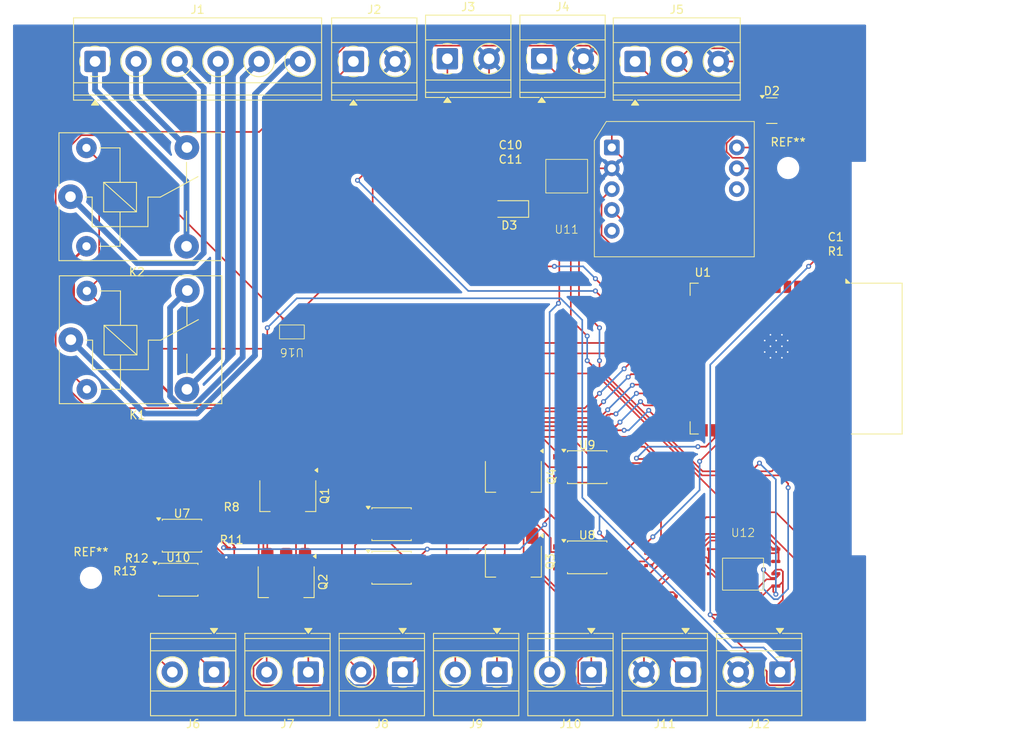
<source format=kicad_pcb>
(kicad_pcb (version 20241229) (generator "pcbnew") (generator_version "9.0")
  (layers (0 "F.Cu" signal) (2 "B.Cu" signal) (13 "F.Paste" user) (15 "B.Paste" user) (5 "F.SilkS" user "F.Silkscreen") (7 "B.SilkS" user "B.Silkscreen") (1 "F.Mask" user) (3 "B.Mask" user) (25 "Edge.Cuts" user))
  (net 0 "")
  (net 1 "GND")
  (net 2 "Net-(U1-EN)")
  (net 3 "/NIVARA/RS485_B")
  (net 4 "/NIVARA/RS485_A")
  (net 5 "/NIVARA/V_AN_OUT")
  (net 6 "/NIVARA/A_IN_10V")
  (net 7 "/NIVARA/A_IN_32V")
  (net 8 "/NIVARA/RLY2_NO")
  (net 9 "/NIVARA/RLY1_C")
  (net 10 "/NIVARA/RLY2_C")
  (net 11 "/NIVARA/RLY1_NO")
  (net 12 "/NIVARA/RLY2_NC")
  (net 13 "/NIVARA/A_IN_420mA")
  (net 14 "/NIVARA/NPN_IN_1")
  (net 15 "/NIVARA/NPN_IN_2")
  (net 16 "/NIVARA/NPN_OUT_2")
  (net 17 "/NIVARA/NPN_OUT_1")
  (net 18 "/NIVARA/PNP_IN_1")
  (net 19 "/NIVARA/PNP_IN_2")
  (net 20 "VCC")
  (net 21 "/NIVARA/PNP_OUT_2")
  (net 22 "/NIVARA/PNP_OUT_1")
  (net 23 "/NIVARA/A_AN_OUT")
  (net 24 "/NIVARA/A_OUT_420mA")
  (net 25 "Net-(U12-SET)")
  (net 26 "Net-(U16-1C)")
  (net 27 "Net-(Q3-G)")
  (net 28 "Net-(Q4-G)")
  (net 29 "+3.3V")
  (net 30 "Net-(R19-Pad2)")
  (net 31 "Net-(R15-Pad2)")
  (net 32 "Net-(R17-Pad2)")
  (net 33 "/NIVARA/NPN_OUT/NPN_OUT_IN_2")
  (net 34 "/NIVARA/RS485_drivers/RS485_OUT")
  (net 36 "/NIVARA/V_ANAG_OUT/SDA")
  (net 39 "/NIVARA/V_ANAG_OUT/SCLK")
  (net 43 "/NIVARA/RS485_drivers/RS485_IN")
  (net 44 "/NIVARA/NPN_OUT/NPN_OUT_IN_1")
  (net 45 "/NIVARA/PNP_OUT/PNP_OUT_IN_2")
  (net 50 "/NIVARA/PNP_OUT/PNP_OUT_IN_1")
  (net 51 "/NIVARA/PNP_IN/PNP_IN_IN_2")
  (net 52 "/NIVARA/PNP_IN/PNP_IN_IN_1")
  (net 56 "/NIVARA/A_IN_32V/32V_A_IN_OUT")
  (net 57 "/NIVARA/A_IN_10V/10V_A_IN_OUT")
  (net 58 "/NIVARA/NPN_IN/NPN_IN_IN_1")
  (net 59 "Net-(U16-2C)")
  (net 60 "Net-(R8-Pad2)")
  (net 61 "Net-(R12-Pad1)")
  (net 62 "Net-(U12-A1)")
  (net 63 "Net-(U12-V5V)")
  (net 64 "Net-(U12-A0)")
  (net 65 "Net-(U12-A2)")
  (net 66 "Net-(R31-Pad2)")
  (net 67 "Net-(U15-B)")
  (net 68 "Net-(U15-A)")
  (net 80 "/NIVARA/NPN_IN/NPN_IN_IN_2")
  (net 81 "/NIVARA/RELE_IN/RELAY1_IN")
  (net 82 "/NIVARA/RELE_IN/RELAY2_IN")
  (footprint "Resistor_SMD:R_0201_0603Metric" (layer "F.Cu") (at 101.68 107.5)
    (property "Reference" "R20" (hide yes))
    (property "Value" "412")
  )
  (footprint "Resistor_SMD:R_0201_0603Metric" (layer "F.Cu") (at 142.5 116.5)
    (property "Reference" "R27" (hide yes))
    (property "Value" "4.7K")
  )
  (footprint "TerminalBlock_Phoenix:TerminalBlock_Phoenix_MKDS-1,5-2-5.08_1x02_P5.08mm_Horizontal" (layer "F.Cu") (at 113.955 52.1725)
    (property "Reference" "J4")
    (property "Value" "Entrada An 5-20mA")
  )
  (footprint "Relay_THT:Relay_SPDT_SANYOU_SRD_Series_Form_C" (layer "F.Cu") (at 56.55 86.45)
    (property "Reference" "K1")
    (property "Value" "SANYOU_SRD_Form_C")
  )
  (footprint "Package_TO_SOT_SMD:SOT-223" (layer "F.Cu") (at 82.8 116 -90)
    (property "Reference" "Q2")
    (property "Value" "NCV8402xST")
  )
  (footprint "Resistor_SMD:R_0201_0603Metric" (layer "F.Cu") (at 102.82 115.5)
    (property "Reference" "R32" (hide yes))
    (property "Value" "412")
  )
  (footprint "Package_SO:SO-4_4.4x3.6mm_P2.54mm" (layer "F.Cu") (at 69.65 115.73)
    (property "Reference" "U10")
    (property "Value" "LTV-357T")
  )
  (footprint "Resistor_SMD:R_0201_0603Metric" (layer "F.Cu") (at 89 64.5 90)
    (property "Reference" "R23" (hide yes))
    (property "Value" "51K")
  )
  (footprint "Capacitor_SMD:C_0201_0603Metric" (layer "F.Cu") (at 142.5 112)
    (property "Reference" "C12" (hide yes))
    (property "Value" "220pF")
  )
  (footprint "Package_SO:SO-4_4.4x3.6mm_P2.54mm" (layer "F.Cu") (at 119.5 113)
    (property "Reference" "U8")
    (property "Value" "LTV-357T")
  )
  (footprint "Resistor_SMD:R_0201_0603Metric" (layer "F.Cu") (at 127 114)
    (property "Reference" "R16" (hide yes))
    (property "Value" "1k")
  )
  (footprint "Package_TO_SOT_SMD:SOT-23" (layer "F.Cu") (at 142 58.5)
    (property "Reference" "D2")
    (property "Value" "SM712_SOT23" (hide yes))
  )
  (footprint "TerminalBlock_Phoenix:TerminalBlock_Phoenix_MKDS-1,5-2-5.08_1x02_P5.08mm_Horizontal" (layer "F.Cu") (at 131.5 127 180)
    (property "Reference" "J11")
    (property "Value" "Salida An 4-20mA")
  )
  (footprint "Project Library:GP8201S" (layer "F.Cu") (at 117 66.5)
    (property "Reference" "U11")
    (property "Value" "~")
  )
  (footprint "Package_SO:SO-4_4.4x3.6mm_P2.54mm" (layer "F.Cu") (at 119.5 102)
    (property "Reference" "U9")
    (property "Value" "LTV-357T")
  )
  (footprint "MountingHole:MountingHole_2.2mm_M2" (layer "F.Cu") (at 59 115.5)
    (property "Reference" "REF**")
    (property "Value" "MountingHole_2.2mm_M2")
  )
  (footprint "Capacitor_SMD:C_0201_0603Metric" (layer "F.Cu") (at 98 67 90)
    (property "Reference" "C9" (hide yes))
    (property "Value" "100nF")
  )
  (footprint "Diode_SMD:D_SMF" (layer "F.Cu") (at 110 70.5 180)
    (property "Reference" "D3")
    (property "Value" "SMF24A")
  )
  (footprint "Capacitor_SMD:C_0201_0603Metric" (layer "F.Cu") (at 130 117.75)
    (property "Reference" "C14" (hide yes))
    (property "Value" "100nF")
  )
  (footprint "TerminalBlock_Phoenix:TerminalBlock_Phoenix_MKDS-1,5-2-5.08_1x02_P5.08mm_Horizontal" (layer "F.Cu") (at 143 127 180)
    (property "Reference" "J12")
    (property "Value" "Screw_Terminal_01x02" (hide yes))
  )
  (footprint "Package_TO_SOT_SMD:SOT-223" (layer "F.Cu") (at 110.5 103.15 -90)
    (property "Reference" "Q4")
    (property "Value" "NCV8402xST")
  )
  (footprint "Resistor_SMD:R_0201_0603Metric" (layer "F.Cu") (at 101.245 62.85 90)
    (property "Reference" "R22" (hide yes))
    (property "Value" "13K")
  )
  (footprint "Package_SO:SO-4_4.4x3.6mm_P2.54mm" (layer "F.Cu") (at 70.1 110.355)
    (property "Reference" "U7")
    (property "Value" "LTV-357T")
  )
  (footprint "TerminalBlock_Phoenix:TerminalBlock_Phoenix_MKDS-1,5-2-5.08_1x02_P5.08mm_Horizontal" (layer "F.Cu") (at 97 127 180)
    (property "Reference" "J8")
    (property "Value" "PNP INPUT")
  )
  (footprint "Package_SO:SO-4_4.4x3.6mm_P2.54mm" (layer "F.Cu") (at 95.65 114.27)
    (property "Reference" "U14" (hide yes))
    (property "Value" "LTV-357T" (hide yes))
  )
  (footprint "TerminalBlock_Phoenix:TerminalBlock_Phoenix_MKDS-1,5-2-5.08_1x02_P5.08mm_Horizontal" (layer "F.Cu") (at 102.455 52.1725)
    (property "Reference" "J3")
    (property "Value" "Entrada An 0-32V")
  )
  (footprint "TerminalBlock_Phoenix:TerminalBlock_Phoenix_MKDS-1,5-2-5.08_1x02_P5.08mm_Horizontal" (layer "F.Cu") (at 120 127 180)
    (property "Reference" "J10")
    (property "Value" "Salidas AN")
  )
  (footprint "Resistor_SMD:R_0201_0603Metric" (layer "F.Cu") (at 76.15 107.915)
    (property "Reference" "R8")
    (property "Value" "910")
  )
  (footprint "Relay_THT:Relay_SPDT_SANYOU_SRD_Series_Form_C" (layer "F.Cu") (at 56.5 69)
    (property "Reference" "K2")
    (property "Value" "SANYOU_SRD_Form_C")
  )
  (footprint "Capacitor_SMD:C_0201_0603Metric" (layer "F.Cu") (at 110.155 65.5)
    (property "Reference" "C11")
    (property "Value" "1uF")
  )
  (footprint "Capacitor_SMD:C_0201_0603Metric" (layer "F.Cu") (at 89 62 90)
    (property "Reference" "C15" (hide yes))
    (property "Value" "100nF")
  )
  (footprint "Project Library:RSM3485ECHT" (layer "F.Cu") (at 129.87 69.33)
    (property "Reference" "U15" (hide yes))
    (property "Value" "~" (hide yes))
  )
  (footprint "Resistor_SMD:R_0201_0603Metric" (layer "F.Cu") (at 98 62.5 90)
    (property "Reference" "R21" (hide yes))
    (property "Value" "160K")
  )
  (footprint "Resistor_SMD:R_0201_0603Metric" (layer "F.Cu") (at 148.82 57)
    (property "Reference" "R35" (hide yes))
    (property "Value" "120")
  )
  (footprint "Package_TO_SOT_SMD:SOT-223" (layer "F.Cu") (at 110.5 113.5 -90)
    (property "Reference" "Q3")
    (property "Value" "NCV8402xST")
  )
  (footprint "Resistor_SMD:R_0201_0603Metric" (layer "F.Cu") (at 102.18 110)
    (property "Reference" "R19" (hide yes))
    (property "Value" "910")
  )
  (footprint "TerminalBlock_Phoenix:TerminalBlock_Phoenix_MKDS-1,5-2-5.08_1x02_P5.08mm_Horizontal" (layer "F.Cu") (at 91 52.5)
    (property "Reference" "J2")
    (property "Value" "Entrada An 0-10V")
  )
  (footprint "Resistor_SMD:R_0201_0603Metric" (layer "F.Cu") (at 130 120)
    (property "Reference" "R36" (hide yes))
    (property "Value" "120")
  )
  (footprint "Resistor_SMD:R_0201_0603Metric" (layer "F.Cu") (at 142.5 113.5)
    (property "Reference" "R30" (hide yes))
    (property "Value" "2.5K")
  )
  (footprint "Resistor_SMD:R_0201_0603Metric" (layer "F.Cu") (at 63.15 115.73)
    (property "Reference" "R13")
    (property "Value" "412")
  )
  (footprint "Capacitor_SMD:C_0201_0603Metric" (layer "F.Cu") (at 110.155 63.75)
    (property "Reference" "C10")
    (property "Value" "100nF")
  )
  (footprint "Resistor_SMD:R_0201_0603Metric" (layer "F.Cu") (at 145.67 56.975)
    (property "Reference" "R34" (hide yes))
    (property "Value" "120")
  )
  (footprint "Resistor_SMD:R_0201_0603Metric" (layer "F.Cu") (at 92.845 64.5 90)
    (property "Reference" "R24" (hide yes))
    (property "Value" "16K")
  )
  (footprint "Package_SO:SO-4_4.4x3.6mm_P2.54mm" (layer "F.Cu") (at 95.65 108.955)
    (property "Reference" "U13" (hide yes))
    (property "Value" "LTV-357T" (hide yes))
  )
  (footprint "Capacitor_SMD:C_0201_0603Metric" (layer "F.Cu") (at 149.8 74.975)
    (property "Reference" "C1")
    (property "Value" "10uF")
  )
  (footprint "Resistor_SMD:R_0201_0603Metric" (layer "F.Cu") (at 149.8 76.725)
    (property "Reference" "R1")
    (property "Value" "R")
  )
  (footprint "TerminalBlock_Phoenix:TerminalBlock_Phoenix_MKDS-1,5-2-5.08_1x02_P5.08mm_Horizontal" (layer "F.Cu") (at 108.5 127 180)
    (property "Reference" "J9")
    (property "Value" "PNP OUTPUT")
  )
  (footprint "Resistor_SMD:R_0201_0603Metric" (layer "F.Cu") (at 126.845 101)
    (property "Reference" "R17" (hide yes))
    (property "Value" "100")
  )
  (footprint "Resistor_SMD:R_0201_0603Metric" (layer "F.Cu") (at 127 112.5)
    (property "Reference" "R15" (hide yes))
    (property "Value" "100")
  )
  (footprint "Resistor_SMD:R_0201_0603Metric" (layer "F.Cu") (at 64.576 112.064 180)
    (property "Reference" "R12")
    (property "Value" "910")
  )
  (footprint "Resistor_SMD:R_0201_0603Metric" (layer "F.Cu") (at 134 113.5 180)
    (property "Reference" "R26" (hide yes))
    (property "Value" "10K")
  )
  (footprint "MountingHole:MountingHole_2.2mm_M2" (layer "F.Cu") (at 144 65.5)
    (property "Reference" "REF**")
    (property "Value" "MountingHole_2.2mm_M2")
  )
  (footprint "Package_TO_SOT_SMD:SOT-223" (layer "F.Cu") (at 83 105.5 -90)
    (property "Reference" "Q1")
    (property "Value" "NCV8402xST")
  )
  (footprint "Resistor_SMD:R_0201_0603Metric" (layer "F.Cu") (at 76.15 111.915)
    (property "Reference" "R11")
    (property "Value" "412")
  )
  (footprint "Resistor_SMD:R_0201_0603Metric" (layer "F.Cu") (at 134 112)
    (property "Reference" "R29" (hide yes))
    (property "Value" "10K")
  )
  (footprint "Project Library:GP8303" (layer "F.Cu") (at 138.5 115)
    (property "Reference" "U12")
    (property "Value" "~" (hide yes))
  )
  (footprint "TerminalBlock_Phoenix:TerminalBlock_Phoenix_MKDS-1,5-2-5.08_1x02_P5.08mm_Horizontal" (layer "F.Cu") (at 74 127 180)
    (property "Reference" "J6")
    (property "Value" "NPN INPUT")
  )
  (footprint "Resistor_SMD:R_0201_0603Metric" (layer "F.Cu") (at 142.5 115)
    (property "Reference" "R25" (hide yes))
    (property "Value" "4.7K")
  )
  (footprint "TerminalBlock_Phoenix:TerminalBlock_Phoenix_MKDS-1,5-6_1x06_P5.00mm_Horizontal" (layer "F.Cu") (at 59.5 52.5)
    (property "Reference" "J1")
    (property "Value" "Relay")
  )
  (footprint "Resistor_SMD:R_0201_0603Metric" (layer "F.Cu") (at 126.845 102.5)
    (property "Reference" "R18" (hide yes))
    (property "Value" "1k")
  )
  (footprint "Project Library:LK1802" (layer "F.Cu") (at 83.5 85.5 180)
    (property "Reference" "U16")
    (property "Value" "~")
  )
  (footprint "TerminalBlock_Phoenix:TerminalBlock_Phoenix_MKDS-1,5-3-5.08_1x03_P5.08mm_Horizontal" (layer "F.Cu") (at 125.34 52.5)
    (property "Reference" "J5")
    (property "Value" "RS485")
  )
  (footprint "TerminalBlock_Phoenix:TerminalBlock_Phoenix_MKDS-1,5-2-5.08_1x02_P5.08mm_Horizontal" (layer "F.Cu") (at 85.5 127 180)
    (property "Reference" "J7")
    (property "Value" "NPN OUTPUT")
  )
  (footprint "Resistor_SMD:R_0201_0603Metric" (layer "F.Cu") (at 102.68 113)
    (property "Reference" "R31" (hide yes))
    (property "Value" "910")
  )
  (footprint "RF_Module:ESP32-S3-WROOM-1" (layer "F.Cu") (at 145 88.75 -90)
    (property "Reference" "U1")
    (property "Value" "ESP32-S3-WROOM-1")
  )
  (footprint "Resistor_SMD:R_0201_0603Metric" (layer "F.Cu") (at 134 115)
    (property "Reference" "R28" (hide yes))
    (property "Value" "10K")
  )
  (segment (start 103.14 115.300001) (end 103.14 115.5) (width 0.2) (layer "F.Cu") (net 1))
  (segment (start 149.18113 74.474) (end 149.5 74.474) (width 0.2) (layer "F.Cu") (net 1))
  (segment (start 73.25 111.625) (end 74.125 111.625) (width 0.2) (layer "F.Cu") (net 1))
  (segment (start 151 79.26) (end 150.26 80) (width 0.2) (layer "F.Cu") (net 1))
  (segment (start 129.97887 117.249) (end 129.38113 117.249) (width 0.2) (layer "F.Cu") (net 1))
  (segment (start 118.399 125.71484) (end 118.399 128.28516) (width 0.2) (layer "F.Cu") (net 1))
  (segment (start 66.95 111.625) (end 68.032 112.707) (width 0.2) (layer "F.Cu") (net 1))
  (segment (start 80.019 103.031) (end 80.019 125.136844) (width 0.2) (layer "F.Cu") (net 1))
  (segment (start 110.475 65.5) (end 110.475 64.54987) (width 0.2) (layer "F.Cu") (net 1))
  (segment (start 90.345 61.68) (end 89 61.68) (width 0.2) (layer "F.Cu") (net 1))
  (segment (start 142.82 112) (end 142.82 112.199999) (width 0.2) (layer "F.Cu") (net 1))
  (segment (start 109.902 98.298) (end 108.2 100) (width 0.2) (layer "F.Cu") (net 1))
  (segment (start 142.82 111.84013) (end 141.12687 110.147) (width 0.2) (layer "F.Cu") (net 1))
  (segment (start 89 61.68) (end 89 59.58) (width 0.2) (layer "F.Cu") (net 1))
  (segment (start 74.101 115.699) (end 72.8 117) (width 0.2) (layer "F.Cu") (net 1))
  (segment (start 92.583156 128.601) (end 93.521 127.663156) (width 0.2) (layer "F.Cu") (net 1))
  (segment (start 130.32 120) (end 130.32 117.59013) (width 0.2) (layer "F.Cu") (net 1))
  (segment (start 80.5 102.55) (end 80.7 102.35) (width 0.2) (layer "F.Cu") (net 1))
  (segment (start 103.221 66.68) (end 107.041 70.5) (width 0.2) (layer "F.Cu") (net 1))
  (segment (start 80.5 112.85) (end 80.5 102.55) (width 0.2) (layer "F.Cu") (net 1))
  (segment (start 74.101 112.986) (end 74.101 115.699) (width 0.2) (layer "F.Cu") (net 1))
  (segment (start 108.2 110.44) (end 103.14 115.5) (width 0.2) (layer "F.Cu") (net 1))
  (segment (start 117.5 98.298) (end 109.902 98.298) (width 0.2) (layer "F.Cu") (net 1))
  (segment (start 72.168 112.707) (end 73.25 111.625) (width 0.2) (layer "F.Cu") (net 1))
  (segment (start 79.756844 128.601) (end 92.583156 128.601) (width 0.2) (layer "F.Cu") (net 1))
  (segment (start 149.818999 74.474) (end 150.12 74.775001) (width 0.2) (layer "F.Cu") (net 1))
  (segment (start 93.121 114.919) (end 102.758999 114.919) (width 0.2) (layer "F.Cu") (net 1))
  (segment (start 118.5 52.7075) (end 119.035 52.1725) (width 0.2) (layer "F.Cu") (net 1))
  (segment (start 90 109.5) (end 90.725 110.225) (width 0.2) (layer "F.Cu") (net 1))
  (segment (start 110.475 68.575) (end 110.475 65.5) (width 0.2) (layer "F.Cu") (net 1))
  (segment (start 130.32 120) (end 130.32 117.75) (width 0.2) (layer "F.Cu") (net 1))
  (segment (start 149.5 74.474) (end 149.818999 74.474) (width 0.2) (layer "F.Cu") (net 1))
  (segment (start 90 107.5) (end 90 109.5) (width 0.2) (layer "F.Cu") (net 1))
  (segment (start 80.019 125.136844) (end 78.819 126.336844) (width 0.2) (layer "F.Cu") (net 1))
  (segment (start 93.346 74.154) (end 93.346 64.481001) (width 0.2) (layer "F.Cu") (net 1))
  (segment (start 101.746 62.831001) (end 101.444999 62.53) (width 0.2) (layer "F.Cu") (net 1))
  (segment (start 142.9375 58.5) (end 142.9375 58.045532) (width 0.2) (layer "F.Cu") (net 1))
  (segment (start 107.535 52.1725) (end 107.535 56.24) (width 0.2) (layer "F.Cu") (net 1))
  (segment (start 83.5 84) (end 93.346 74.154) (width 0.2) (layer "F.Cu") (net 1))
  (segment (start 124.819 128.601) (end 126.42 127) (width 0.2) (layer "F.Cu") (net 1))
  (segment (start 101.746 63.46887) (end 101.746 62.831001) (width 0.2) (layer "F.Cu") (net 1))
  (segment (start 92.845 64.18) (end 90.345 61.68) (width 0.2) (layer "F.Cu") (net 1))
  (segment (start 91 106.5) (end 90 107.5) (width 0.2) (layer "F.Cu") (net 1))
  (segment (start 142.519999 112.5) (end 140.95 112.5) (width 0.2) (layer "F.Cu") (net 1))
  (segment (start 92.5 115.54) (end 93.121 114.919) (width 0.2) (layer "F.Cu") (net 1))
  (segment (start 102 107.5) (end 102 107.300001) (width 0.2) (layer "F.Cu") (net 1))
  (segment (start 127.165 102.300001) (end 126.365999 101.501) (width 0.2) (layer "F.Cu") (net 1))
  (segment (start 122.5 65.54) (end 120.54 65.54) (width 0.2) (layer "F.Cu") (net 1))
  (segment (start 150.12 74.975) (end 151 75.855) (width 0.2) (layer "F.Cu") (net 1))
  (segment (start 142.9375 58.045532) (end 137.391968 52.5) (width 0.2) (layer "F.Cu") (net 1))
  (segment (start 68.032 112.707) (end 72.168 112.707) (width 0.2) (layer "F.Cu") (net 1))
  (segment (start 118.71484 128.601) (end 124.819 128.601) (width 0.2) (layer "F.Cu") (net 1))
  (segment (start 129.38113 117.249) (end 126.42 120.21013) (width 0.2) (layer "F.Cu") (net 1))
  (segment (start 120.703 101.501) (end 117.5 98.298) (width 0.2) (layer "F.Cu") (net 1))
  (segment (start 126.365999 101.501) (end 120.703 101.501) (width 0.2) (layer "F.Cu") (net 1))
  (segment (start 151 75.855) (end 151 79.26) (width 0.2) (layer "F.Cu") (net 1))
  (segment (start 118.5 63.5) (end 118.5 52.7075) (width 0.2) (layer "F.Cu") (net 1))
  (segment (start 108.55 70.5) (end 110.475 68.575) (width 0.2) (layer "F.Cu") (net 1))
  (segment (start 150.12 74.775001) (end 150.12 74.975) (width 0.2) (layer "F.Cu") (net 1))
  (segment (start 128.498 100.96603) (end 125.82997 98.298) (width 0.2) (layer "F.Cu") (net 1))
  (segment (start 93.044999 64.18) (end 92.845 64.18) (width 0.2) (layer "F.Cu") (net 1))
  (segment (start 142.82 113.5) (end 142.82 112) (width 0.2) (layer "F.Cu") (net 1))
  (segment (start 120.54 65.54) (end 118.5 63.5) (width 0.2) (layer "F.Cu") (net 1))
  (segment (start 92.5 110.225) (end 91.199 111.526) (width 0.2) (layer "F.Cu") (net 1))
  (segment (start 90.725 110.225) (end 92.5 110.225) (width 0.2) (layer "F.Cu") (net 1))
  (segment (start 128.498 112.822) (end 128.498 100.96603) (width 0.2) (layer "F.Cu") (net 1))
  (segment (start 91.199 114.239) (end 92.5 115.54) (width 0.2) (layer "F.Cu") (net 1))
  (segment (start 109.835 63.90987) (end 109.835 63.75) (width 0.2) (layer "F.Cu") (net 1))
  (segment (start 149.5 74.474) (end 131.434 74.474) (width 0.2) (layer "F.Cu") (net 1))
  (segment (start 93.346 64.481001) (end 93.044999 64.18) (width 0.2) (layer "F.Cu") (net 1))
  (segment (start 102 107.300001) (end 101.199999 106.5) (width 0.2) (layer "F.Cu") (net 1))
  (segment (start 102.758999 114.919) (end 103.14 115.300001) (width 0.2) (layer "F.Cu") (net 1))
  (segment (start 140.95 112.5) (end 140.5 112.05) (width 0.2) (layer "F.Cu") (net 1))
  (segment (start 98.53487 66.68) (end 101.746 63.46887) (width 0.2) (layer "F.Cu") (net 1))
  (segment (start 137.391968 52.5) (end 135.5 52.5) (width 0.2) (layer "F.Cu") (net 1))
  (segment (start 80.7 102.35) (end 80.019 103.031) (width 0.2) (layer "F.Cu") (net 1))
  (segment (start 110.475 64.54987) (end 109.835 63.90987) (width 0.2) (layer "F.Cu") (net 1))
  (segment (start 126.42 120.21013) (end 126.42 127) (width 0.2) (layer "F.Cu") (net 1))
  (segment (start 72.8 111.685) (end 74.101 112.986) (width 0.2) (layer "F.Cu") (net 1))
  (segment (start 98 66.68) (end 98.53487 66.68) (width 0.2) (layer "F.Cu") (net 1))
  (segment (start 150.26 97.5) (end 150.26 95.67) (width 0.2) (layer "F.Cu") (net 1))
  (segment (start 125.82997 98.298) (end 117.5 98.298) (width 0.2) (layer "F.Cu") (net 1))
  (segment (start 130.32 117.59013) (end 129.97887 117.249) (width 0.2) (layer "F.Cu") (net 1))
  (segment (start 78.819 126.336844) (end 78.819 127.663156) (width 0.2) (layer "F.Cu") (net 1))
  (segment (start 66.5 117) (end 72.8 117) (width 0.2) (layer "F.Cu") (net 1))
  (segment (start 133.96684 110.147) (end 118.399 125.71484) (width 0.2) (layer "F.Cu") (net 1))
  (segment (start 93.521 116.561) (end 92.5 115.54) (width 0.2) (layer "F.Cu") (net 1))
  (segment (start 150.26 95.67) (end 143.24 88.65) (width 0.2) (layer "F.Cu") (net 1))
  (segment (start 142.82 113.5) (end 142.82 111.84013) (width 0.2) (layer "F.Cu") (net 1))
  (segment (start 98 66.68) (end 103.221 66.68) (width 0.2) (layer "F.Cu") (net 1))
  (segment (start 74.125 111.625) (end 75.5 113) (width 0.2) (layer "F.Cu") (net 1))
  (segment (start 127.165 102.5) (end 127.165 102.300001) (width 0.2) (layer "F.Cu") (net 1))
  (segment (start 108.2 110.35) (end 108.2 110.44) (width 0.2) (layer "F.Cu") (net 1))
  (segment (start 141.12687 110.147) (end 133.96684 110.147) (width 0.2) (layer "F.Cu") (net 1))
  (segment (start 91.199 111.526) (end 91.199 114.239) (width 0.2) (layer "F.Cu") (net 1))
  (segment (start 142.82 112.199999) (end 142.519999 112.5) (width 0.2) (layer "F.Cu") (net 1))
  (segment (start 101.199999 106.5) (end 91 106.5) (width 0.2) (layer "F.Cu") (net 1))
  (segment (start 89 59.58) (end 96.08 52.5) (width 0.2) (layer "F.Cu") (net 1))
  (segment (start 93.521 127.663156) (end 93.521 116.561) (width 0.2) (layer "F.Cu") (net 1))
  (segment (start 127.32 114) (end 128.498 112.822) (width 0.2) (layer "F.Cu") (net 1))
  (segment (start 101.444999 62.53) (end 101.245 62.53) (width 0.2) (layer "F.Cu") (net 1))
  (segment (start 108.2 110.35) (end 108.2 100) (width 0.2) (layer "F.Cu") (net 1))
  (segment (start 78.819 127.663156) (end 79.756844 128.601) (width 0.2) (layer "F.Cu") (net 1))
  (segment (start 107.535 56.24) (end 101.245 62.53) (width 0.2) (layer "F.Cu") (net 1))
  (segment (start 131.434 74.474) (end 122.5 65.54) (width 0.2) (layer "F.Cu") (net 1))
  (segment (start 107.041 70.5) (end 108.55 70.5) (width 0.2) (layer "F.Cu") (net 1))
  (segment (start 118.399 128.28516) (end 118.71484 128.601) (width 0.2) (layer "F.Cu") (net 1))
  (via (at 75.5 113) (size 0.6) (drill 0.3) (layers "F.Cu" "B.Cu") (net 1))
  (segment (start 124.819 128.601) (end 126.42 127) (width 0.2) (layer "B.Cu") (net 1))
  (segment (start 91.101 128.601) (end 124.819 128.601) (width 0.2) (layer "B.Cu") (net 1))
  (segment (start 75.5 113) (end 91.101 128.601) (width 0.2) (layer "B.Cu") (net 1))
  (segment (start 147.72 79.468) (end 147.72 80) (width 0.2) (layer "F.Cu") (net 2))
  (segment (start 150.12 76.725) (end 150.12 77.068) (width 0.2) (layer "F.Cu") (net 2))
  (segment (start 150.12 76.56513) (end 150.12 76.725) (width 0.2) (layer "F.Cu") (net 2))
  (segment (start 150.12 77.068) (end 147.72 79.468) (width 0.2) (layer "F.Cu") (net 2))
  (segment (start 149.48 74.975) (end 149.48 75.92513) (width 0.2) (layer "F.Cu") (net 2))
  (segment (start 149.48 75.92513) (end 150.12 76.56513) (width 0.2) (layer "F.Cu") (net 2))
  (segment (start 141.0625 57.55) (end 135.47 57.55) (width 0.2) (layer "F.Cu") (net 3))
  (segment (start 149.14 57) (end 149.14 56.800001) (width 0.2) (layer "F.Cu") (net 3))
  (segment (start 143.238999 50.899) (end 132.021 50.899) (width 0.2) (layer "F.Cu") (net 3))
  (segment (start 135.47 57.55) (end 130.42 52.5) (width 0.2) (layer "F.Cu") (net 3))
  (segment (start 132.021 50.899) (end 130.42 52.5) (width 0.2) (layer "F.Cu") (net 3))
  (segment (start 149.14 56.800001) (end 143.238999 50.899) (width 0.2) (layer "F.Cu") (net 3))
  (segment (start 132.29 59.45) (end 125.34 52.5) (width 0.2) (layer "F.Cu") (net 4))
  (segment (start 136.4865 62.480783) (end 139.517283 59.45) (width 0.2) (layer "F.Cu") (net 4))
  (segment (start 145.99 57.394068) (end 139.130568 64.2535) (width 0.2) (layer "F.Cu") (net 4))
  (segment (start 136.4865 63.519217) (end 136.4865 62.480783) (width 0.2) (layer "F.Cu") (net 4))
  (segment (start 141.0625 59.45) (end 132.29 59.45) (width 0.2) (layer "F.Cu") (net 4))
  (segment (start 139.517283 59.45) (end 141.0625 59.45) (width 0.2) (layer "F.Cu") (net 4))
  (segment (start 139.130568 64.2535) (end 137.220783 64.2535) (width 0.2) (layer "F.Cu") (net 4))
  (segment (start 145.99 56.975) (end 145.99 57.394068) (width 0.2) (layer "F.Cu") (net 4))
  (segment (start 137.220783 64.2535) (end 136.4865 63.519217) (width 0.2) (layer "F.Cu") (net 4))
  (segment (start 117.5 64.099999) (end 117.5 63.5) (width 0.2) (layer "F.Cu") (net 5))
  (segment (start 116.101 75.151) (end 111.45 70.5) (width 0.2) (layer "F.Cu") (net 5))
  (segment (start 116.101 81.899) (end 116.101 75.151) (width 0.2) (layer "F.Cu") (net 5))
  (segment (start 116 82) (end 116.101 81.899) (width 0.2) (layer "F.Cu") (net 5))
  (segment (start 110.475 63.75) (end 111.126 64.401) (width 0.2) (layer "F.Cu") (net 5))
  (segment (start 111.126 64.401) (end 117.198999 64.401) (width 0.2) (layer "F.Cu") (net 5))
  (segment (start 117.198999 64.401) (end 117.5 64.099999) (width 0.2) (layer "F.Cu") (net 5))
  (segment (start 111.45 70.5) (end 111.45 64.725) (width 0.2) (layer "F.Cu") (net 5))
  (segment (start 111.45 64.725) (end 110.475 63.75) (width 0.2) (layer "F.Cu") (net 5))
  (via (at 116 82) (size 0.6) (drill 0.3) (layers "F.Cu" "B.Cu") (net 5))
  (segment (start 114.92 83.08) (end 116 82) (width 0.2) (layer "B.Cu") (net 5))
  (segment (start 114.92 127) (end 114.92 83.08) (width 0.2) (layer "B.Cu") (net 5))
  (segment (start 88.499 64.518999) (end 88.499 55.001) (width 0.2) (layer "F.Cu") (net 6))
  (segment (start 88.800001 64.82) (end 88.499 64.518999) (width 0.2) (layer "F.Cu") (net 6))
  (segment (start 89 64.82) (end 88.800001 64.82) (width 0.2) (layer "F.Cu") (net 6))
  (segment (start 88.499 55.001) (end 91 52.5) (width 0.2) (layer "F.Cu") (net 6))
  (segment (start 98 62.82) (end 98.199999 62.82) (width 0.2) (layer "F.Cu") (net 7))
  (segment (start 102.455 58.564999) (end 102.455 52.1725) (width 0.2) (layer "F.Cu") (net 7))
  (segment (start 98.199999 62.82) (end 102.455 58.564999) (width 0.2) (layer "F.Cu") (net 7))
  (segment (start 59.5 56) (end 59.5 52.5) (width 0.7) (layer "B.Cu") (net 8))
  (segment (start 70.65 75.05) (end 70.65 67.15) (width 0.7) (layer "B.Cu") (net 8))
  (segment (start 70.65 67.15) (end 59.5 56) (width 0.7) (layer "B.Cu") (net 8))
  (segment (start 69.850447 94.551) (end 71.549553 94.551) (width 0.7) (layer "B.Cu") (net 9))
  (segment (start 71.549553 94.551) (end 77.5 88.600553) (width 0.7) (layer "B.Cu") (net 9))
  (segment (start 56.55 86.45) (end 65.551999 95.451999) (width 0.7) (layer "B.Cu") (net 9))
  (segment (start 83 52.5) (end 84.5 52.5) (width 0.7) (layer "B.Cu") (net 9))
  (segment (start 77.5 54.5) (end 79.5 52.5) (width 0.7) (layer "B.Cu") (net 9))
  (segment (start 68.649 93.349553) (end 69.850447 94.551) (width 0.7) (layer "B.Cu") (net 9))
  (segment (start 79 56.5) (end 83 52.5) (width 0.7) (layer "B.Cu") (net 9))
  (segment (start 68.649 82.551) (end 68.649 93.349553) (width 0.7) (layer "B.Cu") (net 9))
  (segment (start 77.5 88.600553) (end 77.5 54.5) (width 0.7) (layer "B.Cu") (net 9))
  (segment (start 65.551999 95.451999) (end 71.92276 95.451999) (width 0.7) (layer "B.Cu") (net 9))
  (segment (start 79 88.374759) (end 79 56.5) (width 0.7) (layer "B.Cu") (net 9))
  (segment (start 71.92276 95.451999) (end 79 88.374759) (width 0.7) (layer "B.Cu") (net 9))
  (segment (start 70.75 80.45) (end 68.649 82.551) (width 0.7) (layer "B.Cu") (net 9))
  (segment (start 71.499553 77.101) (end 72.751 75.849553) (width 0.7) (layer "B.Cu") (net 10))
  (segment (start 72.751 55.751) (end 69.5 52.5) (width 0.7) (layer "B.Cu") (net 10))
  (segment (start 56.5 69) (end 64.601 77.101) (width 0.7) (layer "B.Cu") (net 10))
  (segment (start 72.751 75.849553) (end 72.751 55.751) (width 0.7) (layer "B.Cu") (net 10))
  (segment (start 64.601 77.101) (end 71.499553 77.101) (width 0.7) (layer "B.Cu") (net 10))
  (segment (start 70.7 92.5) (end 74.5 88.7) (width 0.7) (layer "B.Cu") (net 11))
  (segment (start 74.5 88.7) (end 74.5 52.5) (width 0.7) (layer "B.Cu") (net 11))
  (segment (start 70.7 63) (end 64.5 56.8) (width 0.7) (layer "B.Cu") (net 12))
  (segment (start 64.5 56.8) (end 64.5 52.5) (width 0.7) (layer "B.Cu") (net 12))
  (segment (start 116.5 63.5) (end 115.5 63.5) (width 0.2) (layer "F.Cu") (net 13))
  (segment (start 109.304 63.48113) (end 109.58513 63.2) (width 0.2) (layer "F.Cu") (net 13))
  (segment (start 109.835 65.5) (end 109.304 64.969) (width 0.2) (layer "F.Cu") (net 13))
  (segment (start 109.58513 63.2) (end 115.2 63.2) (width 0.2) (layer "F.Cu") (net 13))
  (segment (start 115.5 53.7175) (end 113.955 52.1725) (width 0.2) (layer "F.Cu") (net 13))
  (segment (start 115.2 63.2) (end 115.5 63.5) (width 0.2) (layer "F.Cu") (net 13))
  (segment (start 115.5 63.5) (end 115.5 53.7175) (width 0.2) (layer "F.Cu") (net 13))
  (segment (start 109.304 64.969) (end 109.304 63.48113) (width 0.2) (layer "F.Cu") (net 13))
  (segment (start 74 127) (end 68 121) (width 0.2) (layer "F.Cu") (net 14))
  (segment (start 76.47 115.252) (end 76.47 111.915) (width 0.2) (layer "F.Cu") (net 14))
  (segment (start 76.47 111.615) (end 76.47 111.915) (width 0.2) (layer "F.Cu") (net 14))
  (segment (start 74 109.145) (end 76.47 111.615) (width 0.2) (layer "F.Cu") (net 14))
  (segment (start 76.361 112.024) (end 76.47 111.915) (width 0.2) (layer "F.Cu") (net 14))
  (segment (start 70.722 121) (end 76.47 115.252) (width 0.2) (layer "F.Cu") (net 14))
  (segment (start 68 121) (end 70.722 121) (width 0.2) (layer "F.Cu") (net 14))
  (segment (start 72.8 109.145) (end 74 109.145) (width 0.2) (layer "F.Cu") (net 14))
  (segment (start 63 117) (end 63.47 116.53) (width 0.2) (layer "F.Cu") (net 15))
  (segment (start 68.92 127) (end 63 121.08) (width 0.2) (layer "F.Cu") (net 15))
  (segment (start 71.15 115.73) (end 71.53 115.73) (width 0.2) (layer "F.Cu") (net 15))
  (segment (start 63.47 116.53) (end 63.47 115.73) (width 0.2) (layer "F.Cu") (net 15))
  (segment (start 71.53 115.73) (end 72.8 114.46) (width 0.2) (layer "F.Cu") (net 15))
  (segment (start 63.47 115.73) (end 71.15 115.73) (width 0.2) (layer "F.Cu") (net 15))
  (segment (start 63 121.08) (end 63 117) (width 0.2) (layer "F.Cu") (net 15))
  (segment (start 85.5 121.85) (end 85.5 127) (width 0.2) (layer "F.Cu") (net 16))
  (segment (start 82.8 119.15) (end 85.5 121.85) (width 0.2) (layer "F.Cu") (net 16))
  (segment (start 83 108.65) (end 84 109.65) (width 0.2) (layer "F.Cu") (net 17))
  (segment (start 84 109.65) (end 84 114.909942) (width 0.2) (layer "F.Cu") (net 17))
  (segment (start 84 114.909942) (end 80.42 118.489942) (width 0.2) (layer "F.Cu") (net 17))
  (segment (start 80.42 118.489942) (end 80.42 127) (width 0.2) (layer "F.Cu") (net 17))
  (segment (start 101.36 107.665) (end 98.8 110.225) (width 0.2) (layer "F.Cu") (net 18))
  (segment (start 102.531 107.23113) (end 101.39887 106.099) (width 0.2) (layer "F.Cu") (net 18))
  (segment (start 98.8 110.225) (end 100.07487 110.225) (width 0.2) (layer "F.Cu") (net 18))
  (segment (start 100.07487 110.225) (end 102.531 107.76887) (width 0.2) (layer "F.Cu") (net 18))
  (segment (start 101.36 107.5) (end 101.36 107.665) (width 0.2) (layer "F.Cu") (net 18))
  (segment (start 89.599 124.679) (end 91.92 127) (width 0.2) (layer "F.Cu") (net 18))
  (segment (start 90.8339 106.099) (end 89.599 107.3339) (width 0.2) (layer "F.Cu") (net 18))
  (segment (start 101.39887 106.099) (end 90.8339 106.099) (width 0.2) (layer "F.Cu") (net 18))
  (segment (start 102.531 107.76887) (end 102.531 107.23113) (width 0.2) (layer "F.Cu") (net 18))
  (segment (start 89.599 107.3339) (end 89.599 124.679) (width 0.2) (layer "F.Cu") (net 18))
  (segment (start 102 115.5) (end 101.96 115.54) (width 0.2) (layer "F.Cu") (net 19))
  (segment (start 98.8 115.54) (end 98.8 125.2) (width 0.2) (layer "F.Cu") (net 19))
  (segment (start 102.5 115.5) (end 102 115.5) (width 0.2) (layer "F.Cu") (net 19))
  (segment (start 101.96 115.54) (end 98.8 115.54) (width 0.2) (layer "F.Cu") (net 19))
  (segment (start 98.8 125.2) (end 97 127) (width 0.2) (layer "F.Cu") (net 19))
  (segment (start 80.5 85.883824) (end 80.5 85) (width 0.2) (layer "F.Cu") (net 20))
  (segment (start 82.167176 87.551) (end 80.5 85.883824) (width 0.2) (layer "F.Cu") (net 20))
  (segment (start 60.001 78.999) (end 60.001 64.601) (width 0.2) (layer "F.Cu") (net 20))
  (segment (start 121 110.08) (end 122.65 111.73) (width 0.2) (layer "F.Cu") (net 20))
  (segment (start 146.5 123.5) (end 146.5 114.88013) (width 0.2) (layer "F.Cu") (net 20))
  (segment (start 113.455008 109.049) (end 115.049 110.642992) (width 0.2) (layer "F.Cu") (net 20))
  (segment (start 139.71687 108.097) (end 134.02287 108.097) (width 0.2) (layer "F.Cu") (net 20))
  (segment (start 112.144992 109.049) (end 113.455008 109.049) (width 0.2) (layer "F.Cu") (net 20))
  (segment (start 58.5 80.5) (end 60.001 78.999) (width 0.2) (layer "F.Cu") (net 20))
  (segment (start 60.001 64.601) (end 58.45 63.05) (width 0.2) (layer "F.Cu") (net 20))
  (segment (start 82.949 87.551) (end 82.167176 87.551) (width 0.2) (layer "F.Cu") (net 20))
  (segment (start 82.949 87.551) (end 65.551 87.551) (width 0.2) (layer "F.Cu") (net 20))
  (segment (start 126.46487 99.5) (end 128.097 101.13213) (width 0.2) (layer "F.Cu") (net 20))
  (segment (start 128.097 101.13213) (end 128.097 108.283) (width 0.2) (layer "F.Cu") (net 20))
  (segment (start 111.749 109.444992) (end 112.144992 109.049) (width 0.2) (layer "F.Cu") (net 20))
  (segment (start 124.15 112.23) (end 123.15 112.23) (width 0.2) (layer "F.Cu") (net 20))
  (segment (start 122.65 100.73) (end 123.88 99.5) (width 0.2) (layer "F.Cu") (net 20))
  (segment (start 143 127) (end 146.5 123.5) (width 0.2) (layer "F.Cu") (net 20))
  (segment (start 115.8339 117.401) (end 111.749 113.3161) (width 0.2) (layer "F.Cu") (net 20))
  (segment (start 123.15 112.23) (end 122.65 111.73) (width 0.2) (layer "F.Cu") (net 20))
  (segment (start 115.049 112.351) (end 122.029 112.351) (width 0.2) (layer "F.Cu") (net 20))
  (segment (start 111.749 113.3161) (end 111.749 109.444992) (width 0.2) (layer "F.Cu") (net 20))
  (segment (start 83.5 87) (end 82.949 87.551) (width 0.2) (layer "F.Cu") (net 20))
  (segment (start 122.029 112.351) (end 122.65 111.73) (width 0.2) (layer "F.Cu") (net 20))
  (segment (start 128.097 108.283) (end 124.15 112.23) (width 0.2) (layer "F.Cu") (net 20))
  (segment (start 123.88 99.5) (end 126.46487 99.5) (width 0.2) (layer "F.Cu") (net 20))
  (segment (start 115.049 110.642992) (end 115.049 112.351) (width 0.2) (layer "F.Cu") (net 20))
  (segment (start 146.5 114.88013) (end 139.71687 108.097) (width 0.2) (layer "F.Cu") (net 20))
  (segment (start 121 110) (end 121 110.08) (width 0.2) (layer "F.Cu") (net 20))
  (segment (start 134.02287 108.097) (end 124.71887 117.401) (width 0.2) (layer "F.Cu") (net 20))
  (segment (start 65.551 87.551) (end 58.5 80.5) (width 0.2) (layer "F.Cu") (net 20))
  (segment (start 124.71887 117.401) (end 115.8339 117.401) (width 0.2) (layer "F.Cu") (net 20))
  (via (at 121 110) (size 0.6) (drill 0.3) (layers "F.Cu" "B.Cu") (net 20))
  (via (at 80.5 85) (size 0.6) (drill 0.3) (layers "F.Cu" "B.Cu") (net 20))
  (segment (start 137.184156 124) (end 141 124) (width 0.2) (layer "B.Cu") (net 20))
  (segment (start 116.248943 81.399) (end 118.899 84.049057) (width 0.2) (layer "B.Cu") (net 20))
  (segment (start 141 124) (end 143 126) (width 0.2) (layer "B.Cu") (net 20))
  (segment (start 118.899 105.714844) (end 120.592078 107.407922) (width 0.2) (layer "B.Cu") (net 20))
  (segment (start 80.5 85) (end 84.101 81.399) (width 0.2) (layer "B.Cu") (net 20))
  (segment (start 118.899 84.049057) (end 118.899 105.714844) (width 0.2) (layer "B.Cu") (net 20))
  (segment (start 143 126) (end 143 127) (width 0.2) (layer "B.Cu") (net 20))
  (segment (start 84.101 81.399) (end 116.248943 81.399) (width 0.2) (layer "B.Cu") (net 20))
  (segment (start 120.592078 107.407922) (end 137.184156 124) (width 0.2) (layer "B.Cu") (net 20))
  (segment (start 120.592078 107.407922) (end 121 107.815844) (width 0.2) (layer "B.Cu") (net 20))
  (segment (start 121 107.815844) (end 121 110) (width 0.2) (layer "B.Cu") (net 20))
  (segment (start 109.449 107.351) (end 109.449 112.558942) (width 0.2) (layer "F.Cu") (net 21))
  (segment (start 103.42 118.587942) (end 103.42 127) (width 0.2) (layer "F.Cu") (net 21))
  (segment (start 109.449 112.558942) (end 103.42 118.587942) (width 0.2) (layer "F.Cu") (net 21))
  (segment (start 110.5 106.3) (end 109.449 107.351) (width 0.2) (layer "F.Cu") (net 21))
  (segment (start 110.5 116.65) (end 108.5 118.65) (width 0.2) (layer "F.Cu") (net 22))
  (segment (start 108.5 118.65) (end 108.5 127) (width 0.2) (layer "F.Cu") (net 22))
  (segment (start 134.33213 110.548) (end 137.51508 110.548) (width 0.2) (layer "F.Cu") (net 23))
  (segment (start 137.51508 110.548) (end 138.5 111.53292) (width 0.2) (layer "F.Cu") (net 23))
  (segment (start 120 124.88013) (end 134.33213 110.548) (width 0.2) (layer "F.Cu") (net 23))
  (segment (start 138.5 111.53292) (end 138.5 112.05) (width 0.2) (layer "F.Cu") (net 23))
  (segment (start 120 127) (end 120 124.88013) (width 0.2) (layer "F.Cu") (net 23))
  (segment (start 129.68 120) (end 129.68 125.18) (width 0.2) (layer "F.Cu") (net 24))
  (segment (start 129.68 125.18) (end 131.5 127) (width 0.2) (layer "F.Cu") (net 24))
  (segment (start 129.68 117.75) (end 129.68 120) (width 0.2) (layer "F.Cu") (net 24))
  (segment (start 140.051 110.949) (end 139.5 111.5) (width 0.2) (layer "F.Cu") (net 25))
  (segment (start 141.129 110.949) (end 140.051 110.949) (width 0.2) (layer "F.Cu") (net 25))
  (segment (start 142.18 113.5) (end 140.15 113.5) (width 0.2) (layer "F.Cu") (net 25))
  (segment (start 139.5 112.85) (end 139.5 112.05) (width 0.2) (layer "F.Cu") (net 25))
  (segment (start 140.15 113.5) (end 139.5 112.85) (width 0.2) (layer "F.Cu") (net 25))
  (segment (start 142.18 112) (end 141.129 110.949) (width 0.2) (layer "F.Cu") (net 25))
  (segment (start 139.5 111.5) (end 139.5 112.05) (width 0.2) (layer "F.Cu") (net 25))
  (segment (start 60.05 61.5) (end 57.806554 61.5) (width 0.2) (layer "F.Cu") (net 26))
  (segment (start 82.55 84) (end 60.05 61.5) (width 0.2) (layer "F.Cu") (net 26))
  (segment (start 54.699 88.699) (end 58.5 92.5) (width 0.2) (layer "F.Cu") (net 26))
  (segment (start 57.806554 61.5) (end 54.699 64.607554) (width 0.2) (layer "F.Cu") (net 26))
  (segment (start 54.699 64.607554) (end 54.699 88.699) (width 0.2) (layer "F.Cu") (net 26))
  (segment (start 122.65 114.65) (end 123.46 115.46) (width 0.2) (layer "F.Cu") (net 27))
  (segment (start 121.92 117) (end 123.46 115.46) (width 0.2) (layer "F.Cu") (net 27))
  (segment (start 123.46 115.46) (end 124.15 114.77) (width 0.2) (layer "F.Cu") (net 27))
  (segment (start 116 117) (end 121.92 117) (width 0.2) (layer "F.Cu") (net 27))
  (segment (start 124.15 114.77) (end 125.91 114.77) (width 0.2) (layer "F.Cu") (net 27))
  (segment (start 122.65 114.27) (end 122.65 114.65) (width 0.2) (layer "F.Cu") (net 27))
  (segment (start 112.8 113.8) (end 112.8 110.35) (width 0.2) (layer "F.Cu") (net 27))
  (segment (start 125.91 114.77) (end 126.68 114) (width 0.2) (layer "F.Cu") (net 27))
  (segment (start 116 117) (end 112.8 113.8) (width 0.2) (layer "F.Cu") (net 27))
  (segment (start 114.8 102) (end 119.5 102) (width 0.2) (layer "F.Cu") (net 28))
  (segment (start 125.755 103.27) (end 126.525 102.5) (width 0.2) (layer "F.Cu") (net 28))
  (segment (start 119.5 102) (end 120.77 103.27) (width 0.2) (layer "F.Cu") (net 28))
  (segment (start 122.65 103.27) (end 125.755 103.27) (width 0.2) (layer "F.Cu") (net 28))
  (segment (start 112.8 100) (end 114.8 102) (width 0.2) (layer "F.Cu") (net 28))
  (segment (start 120.77 103.27) (end 122.65 103.27) (width 0.2) (layer "F.Cu") (net 28))
  (segment (start 120.5 90.5671) (end 81.770709 90.5671) (width 0.2) (layer "F.Cu") (net 29))
  (segment (start 114.32 109) (end 114.32 108.68) (width 0.2) (layer "F.Cu") (net 29))
  (segment (start 134.5 120) (end 141.399 126.899) (width 0.2) (layer "F.Cu") (net 29))
  (segment (start 116.35 100.73) (end 114.319 98.699) (width 0.2) (layer "F.Cu") (net 29))
  (segment (start 114.319 98.699) (end 112.144992 98.699) (width 0.2) (layer "F.Cu") (net 29))
  (segment (start 98.8 107.685) (end 98.179 107.064) (width 0.2) (layer "F.Cu") (net 29))
  (segment (start 149.091 81.051) (end 148.99 80.95) (width 0.2) (layer "F.Cu") (net 29))
  (segment (start 143.351 114.73113) (end 143.351 118.149) (width 0.2) (layer "F.Cu") (net 29))
  (segment (start 148.99 80.95) (end 148.99 80) (width 0.2) (layer "F.Cu") (net 29))
  (segment (start 143.351 114.73113) (end 143.11887 114.499) (width 0.2) (layer "F.Cu") (net 29))
  (segment (start 122.5 53.373344) (end 122.5 63) (width 0.2) (layer "F.Cu") (net 29))
  (segment (start 77.535809 94.802) (end 58.608554 94.802) (width 0.2) (layer "F.Cu") (net 29))
  (segment (start 151.011 81.051) (end 149.091 81.051) (width 0.2) (layer "F.Cu") (net 29))
  (segment (start 63.131001 115.229) (end 62.83 115.530001) (width 0.2) (layer "F.Cu") (net 29))
  (segment (start 65.649 112.246) (end 65.649 111.004) (width 0.2) (layer "F.Cu") (net 29))
  (segment (start 119.698156 50.5715) (end 122.5 53.373344) (width 0.2) (layer "F.Cu") (net 29))
  (segment (start 75.740735 111.825735) (end 75.83 111.915) (width 0.2) (layer "F.Cu") (net 29))
  (segment (start 54.298 64.441454) (end 57.640454 61.099) (width 0.2) (layer "F.Cu") (net 29))
  (segment (start 91.199 108.306) (end 92.5539 108.306) (width 0.2) (layer "F.Cu") (net 29))
  (segment (start 91.199 107.064) (end 91.199 108.306) (width 0.2) (layer "F.Cu") (net 29))
  (segment (start 70.516 111.004) (end 70.576 111.064) (width 0.2) (layer "F.Cu") (net 29))
  (segment (start 141.71484 128.601) (end 144.28516 128.601) (width 0.2) (layer "F.Cu") (net 29))
  (segment (start 141.399 128.28516) (end 141.71484 128.601) (width 0.2) (layer "F.Cu") (net 29))
  (segment (start 90.04234 50.5715) (end 119.698156 50.5715) (width 0.2) (layer "F.Cu") (net 29))
  (segment (start 115.120029 107.879971) (end 117.85 110.609942) (width 0.2) (layer "F.Cu") (net 29))
  (segment (start 141.399 126.899) (end 141.399 128.28516) (width 0.2) (layer "F.Cu") (net 29))
  (segment (start 67.801 115.081) (end 67.801 113.839) (width 0.2) (layer "F.Cu") (net 29))
  (segment (start 66.208 112.246) (end 65.649 112.246) (width 0.2) (layer "F.Cu") (net 29))
  (segment (start 81.770709 90.5671) (end 77.535809 94.802) (width 0.2) (layer "F.Cu") (net 29))
  (segment (start 75.83 111.915) (end 74.979 111.064) (width 0.2) (layer "F.Cu") (net 29))
  (segment (start 147.5 112.5) (end 142.5 107.5) (width 0.2) (layer "F.Cu") (net 29))
  (segment (start 97.2479 113) (end 98.8 113) (width 0.2) (layer "F.Cu") (net 29))
  (segment (start 151.401 80.661) (end 151.011 81.051) (width 0.2) (layer "F.Cu") (net 29))
  (segment (start 122.5 63) (end 133.573 74.073) (width 0.2) (layer "F.Cu") (net 29))
  (segment (start 92.5539 108.306) (end 97.2479 113) (width 0.2) (layer "F.Cu") (net 29))
  (segment (start 112.144992 98.699) (end 111.749 99.094992) (width 0.2) (layer "F.Cu") (net 29))
  (segment (start 79.51484 61.099) (end 90.04234 50.5715) (width 0.2) (layer "F.Cu") (net 29))
  (segment (start 98.8 113) (end 99 113) (width 0.2) (layer "F.Cu") (net 29))
  (segment (start 58.608554 94.802) (end 54.298 90.491446) (width 0.2) (layer "F.Cu") (net 29))
  (segment (start 142.481001 114.499) (end 142.18 114.800001) (width 0.2) (layer "F.Cu") (net 29))
  (segment (start 133.573 74.073) (end 150.01787 74.073) (width 0.2) (layer "F.Cu") (net 29))
  (segment (start 146.5 77.5) (end 147.275 76.725) (width 0.2) (layer "F.Cu") (net 29))
  (segment (start 111.749 104.508942) (end 115.120029 107.879971) (width 0.2) (layer "F.Cu") (net 29))
  (segment (start 143.351 115.969) (end 143.351 114.73113) (width 0.2) (layer "F.Cu") (net 29))
  (segment (start 150.01787 74.073) (end 151.401 75.45613) (width 0.2) (layer "F.Cu") (net 29))
  (segment (start 98.179 107.064) (end 91.199 107.064) (width 0.2) (layer "F.Cu") (net 29))
  (segment (start 147.275 76.725) (end 149.48 76.725) (width 0.2) (layer "F.Cu") (net 29))
  (segment (start 151.401 75.45613) (end 151.401 80.661) (width 0.2) (layer "F.Cu") (net 29))
  (segment (start 117.85 110.609942) (end 117.470058 110.609942) (width 0.2) (layer "F.Cu") (net 29))
  (segment (start 143.11887 114.499) (end 142.481001 114.499) (width 0.2) (layer "F.Cu") (net 29))
  (segment (start 65.649 111.004) (end 70.516 111.004) (width 0.2) (layer "F.Cu") (net 29))
  (segment (start 74.979 111.064) (end 70.576 111.064) (width 0.2) (layer "F.Cu") (net 29))
  (segment (start 114.32 108.68) (end 115.120029 107.879971) (width 0.2) (layer "F.Cu") (net 29))
  (segment (start 142.18 114.800001) (end 142.18 115) (width 0.2) (layer "F.Cu") (net 29))
  (segment (start 75.174265 111.825735) (end 75.740735 111.825735) (width 0.2) (layer "F.Cu") (net 29))
  (segment (start 62.83 115.530001) (end 62.83 115.73) (width 0.2) (layer "F.Cu") (net 29))
  (segment (start 54.298 90.491446) (end 54.298 64.441454) (width 0.2) (layer "F.Cu") (net 29))
  (segment (start 141.5 120) (end 134.5 120) (width 0.2) (layer "F.Cu") (net 29))
  (segment (start 142.5 107.5) (end 137.4329 107.5) (width 0.2) (layer "F.Cu") (net 29))
  (segment (start 67.653 115.229) (end 67.801 115.081) (width 0.2) (layer "F.Cu") (net 29))
  (segment (start 144.28516 128.601) (end 147.5 125.38616) (width 0.2) (layer "F.Cu") (net 29))
  (segment (start 142.82 116.5) (end 143.351 115.969) (width 0.2) (layer "F.Cu") (net 29))
  (segment (start 137.4329 107.5) (end 120.5 90.5671) (width 0.2) (layer "F.Cu") (net 29))
  (segment (start 99 113) (end 100 112) (width 0.2) (layer "F.Cu") (net 29))
  (segment (start 143.351 118.149) (end 141.5 120) (width 0.2) (layer "F.Cu") (net 29))
  (segment (start 67.801 113.839) (end 66.208 112.246) (width 0.2) (layer "F.Cu") (net 29))
  (segment (start 67.653 115.229) (end 63.131001 115.229) (width 0.2) (layer "F.Cu") (net 29))
  (segment (start 117.470058 110.609942) (end 116.35 111.73) (width 0.2) (layer "F.Cu") (net 29))
  (segment (start 57.640454 61.099) (end 79.51484 61.099) (width 0.2) (layer "F.Cu") (net 29))
  (segment (start 111.749 99.094992) (end 111.749 104.508942) (width 0.2) (layer "F.Cu") (net 29))
  (segment (start 147.5 125.38616) (end 147.5 112.5) (width 0.2) (layer "F.Cu") (net 29))
  (via (at 134.5 120) (size 0.6) (drill 0.3) (layers "F.Cu" "B.Cu") (net 29))
  (via (at 75.174265 111.825735) (size 0.6) (drill 0.3) (layers "F.Cu" "B.Cu") (net 29))
  (via (at 146.5 77.5) (size 0.6) (drill 0.3) (layers "F.Cu" "B.Cu") (net 29))
  (via (at 100 112) (size 0.6) (drill 0.3) (layers "F.Cu" "B.Cu") (net 29))
  (via (at 114.32 109) (size 0.6) (drill 0.3) (layers "F.Cu" "B.Cu") (net 29))
  (segment (start 134.5 120) (end 134.5 89.5) (width 0.2) (layer "B.Cu") (net 29))
  (segment (start 111.32 112) (end 114.32 109) (width 0.2) (layer "B.Cu") (net 29))
  (segment (start 75.34853 112) (end 75.174265 111.825735) (width 0.2) (layer "B.Cu") (net 29))
  (segment (start 105 112) (end 75.34853 112) (width 0.2) (layer "B.Cu") (net 29))
  (segment (start 105 112) (end 111.32 112) (width 0.2) (layer "B.Cu") (net 29))
  (segment (start 100 112) (end 105 112) (width 0.2) (layer "B.Cu") (net 29))
  (segment (start 134.5 89.5) (end 146.5 77.5) (width 0.2) (layer "B.Cu") (net 29))
  (segment (start 101.853999 110.846) (end 95.661 110.846) (width 0.2) (layer "F.Cu") (net 30))
  (segment (start 102.5 110) (end 102.5 110.199999) (width 0.2) (layer "F.Cu") (net 30))
  (segment (start 95.661 110.846) (end 92.5 107.685) (width 0.2) (layer "F.Cu") (net 30))
  (segment (start 102.5 110.199999) (end 101.853999 110.846) (width 0.2) (layer "F.Cu") (net 30))
  (segment (start 117.85 114.77) (end 116.85 114.77) (width 0.2) (layer "F.Cu") (net 31))
  (segment (start 116.85 114.77) (end 116.35 114.27) (width 0.2) (layer "F.Cu") (net 31))
  (segment (start 119.12 113.5) (end 126.5 113.5) (width 0.2) (layer "F.Cu") (net 31))
  (segment (start 117.85 114.77) (end 119.12 113.5) (width 0.2) (layer "F.Cu") (net 31))
  (segment (start 127.32 112.68) (end 127.32 112.5) (width 0.2) (layer "F.Cu") (net 31))
  (segment (start 126.5 113.5) (end 127.32 112.68) (width 0.2) (layer "F.Cu") (net 31))
  (segment (start 127.696 102.76887) (end 127.696 101.531) (width 0.2) (layer "F.Cu") (net 32))
  (segment (start 116.35 103.27) (end 116.971 103.891) (width 0.2) (layer "F.Cu") (net 32))
  (segment (start 116.971 103.891) (end 126.57387 103.891) (width 0.2) (layer "F.Cu") (net 32))
  (segment (start 127.696 101.531) (end 127.165 101) (width 0.2) (layer "F.Cu") (net 32))
  (segment (start 126.57387 103.891) (end 127.696 102.76887) (width 0.2) (layer "F.Cu") (net 32))
  (segment (start 122.349943 95.5) (end 123 95.5) (width 0.2) (layer "F.Cu") (net 33))
  (segment (start 121.9661 95.601) (end 122.248943 95.601) (width 0.2) (layer "F.Cu") (net 33))
  (segment (start 121.0671 96.5) (end 121.9661 95.601) (width 0.2) (layer "F.Cu") (net 33))
  (segment (start 85.1 104.9) (end 93.5 96.5) (width 0.2) (layer "F.Cu") (net 33))
  (segment (start 85.201 109.489058) (end 85.201 107.810942) (width 0.2) (layer "F.Cu") (net 33))
  (segment (start 125.5 93) (end 132.305 93) (width 0.2) (layer "F.Cu") (net 33))
  (segment (start 85.1 109.590058) (end 85.201 109.489058) (width 0.2) (layer "F.Cu") (net 33))
  (segment (start 85.1 107.709942) (end 85.1 104.9) (width 0.2) (layer "F.Cu") (net 33))
  (segment (start 132.305 93) (end 132.5 93.195) (width 0.2) (layer "F.Cu") (net 33))
  (segment (start 93.5 96.5) (end 121.0671 96.5) (width 0.2) (layer "F.Cu") (net 33))
  (segment (start 85.1 112.85) (end 85.1 109.590058) (width 0.2) (layer "F.Cu") (net 33))
  (segment (start 122.248943 95.601) (end 122.349943 95.5) (width 0.2) (layer "F.Cu") (net 33))
  (segment (start 85.201 107.810942) (end 85.1 107.709942) (width 0.2) (layer "F.Cu") (net 33))
  (via (at 123 95.5) (size 0.6) (drill 0.3) (layers "F.Cu" "B.Cu") (net 33))
  (via (at 125.5 93) (size 0.6) (drill 0.3) (layers "F.Cu" "B.Cu") (net 33))
  (segment (start 123 95.5) (end 125.5 93) (width 0.2) (layer "B.Cu") (net 33))
  (segment (start 130.602283 83.035) (end 132.5 83.035) (width 0.2) (layer "F.Cu") (net 34))
  (segment (start 122.5 68.08) (end 121.2465 69.3335) (width 0.2) (layer "F.Cu") (net 34))
  (segment (start 121.2465 73.679217) (end 130.602283 83.035) (width 0.2) (layer "F.Cu") (net 34))
  (segment (start 121.2465 69.3335) (end 121.2465 73.679217) (width 0.2) (layer "F.Cu") (net 34))
  (segment (start 142.339999 115.68) (end 141.35292 115.68) (width 0.2) (layer "F.Cu") (net 36))
  (segment (start 144 104.5) (end 144 104) (width 0.2) (layer "F.Cu") (net 36))
  (segment (start 133.5 103) (end 143 103) (width 0.2) (layer "F.Cu") (net 36))
  (segment (start 142.82 115.199999) (end 142.339999 115.68) (width 0.2) (layer "F.Cu") (net 36))
  (segment (start 142.82 115) (end 142.82 115.199999) (width 0.2) (layer "F.Cu") (net 36))
  (segment (start 141.35292 115.68) (end 139.5 117.53292) (width 0.2) (layer "F.Cu") (net 36))
  (segment (start 139.5 117.53292) (end 139.5 118.05) (width 0.2) (layer "F.Cu") (net 36))
  (segment (start 117.5 69.5) (end 117.5 84) (width 0.2) (layer "F.Cu") (net 36))
  (segment (start 142.518999 115.501) (end 141.88113 115.501) (width 0.2) (layer "F.Cu") (net 36))
  (segment (start 143 103) (end 143.91 102.09) (width 0.2) (layer "F.Cu") (net 36))
  (segment (start 119.5 89) (end 133.5 103) (width 0.2) (layer "F.Cu") (net 36))
  (segment (start 141 114.61987) (end 141 114.5) (width 0.2) (layer "F.Cu") (net 36))
  (segment (start 143.91 102.09) (end 143.91 97.5) (width 0.2) (layer "F.Cu") (net 36))
  (segment (start 144 104) (end 143 103) (width 0.2) (layer "F.Cu") (net 36))
  (segment (start 142.82 115.199999) (end 142.518999 115.501) (width 0.2) (layer "F.Cu") (net 36))
  (segment (start 117.5 84) (end 119.5 86) (width 0.2) (layer "F.Cu") (net 36))
  (segment (start 141.88113 115.501) (end 141 114.61987) (width 0.2) (layer "F.Cu") (net 36))
  (via (at 144 104.5) (size 0.6) (drill 0.3) (layers "F.Cu" "B.Cu") (net 36))
  (via (at 119.5 89) (size 0.6) (drill 0.3) (layers "F.Cu" "B.Cu") (net 36))
  (via (at 119.5 86) (size 0.6) (drill 0.3) (layers "F.Cu" "B.Cu") (net 36))
  (via (at 141 114.5) (size 0.6) (drill 0.3) (layers "F.Cu" "B.Cu") (net 36))
  (segment (start 141 116.849943) (end 142.251057 118.101) (width 0.2) (layer "B.Cu") (net 36))
  (segment (start 142.251057 118.101) (end 142.748943 118.101) (width 0.2) (layer "B.Cu") (net 36))
  (segment (start 141 114.5) (end 141 116.849943) (width 0.2) (layer "B.Cu") (net 36))
  (segment (start 144 116.849943) (end 144 104.5) (width 0.2) (layer "B.Cu") (net 36))
  (segment (start 119.5 86) (end 119.5 89) (width 0.2) (layer "B.Cu") (net 36))
  (segment (start 142.748943 118.101) (end 144 116.849943) (width 0.2) (layer "B.Cu") (net 36))
  (segment (start 140.5 101.5) (end 139.5 102.5) (width 0.2) (layer "F.Cu") (net 39))
  (segment (start 121 89.9329) (end 133.5671 102.5) (width 0.2) (layer "F.Cu") (net 39))
  (segment (start 121 89) (end 121 89.9329) (width 0.2) (layer "F.Cu") (net 39))
  (segment (start 118.5 82.5) (end 121 85) (width 0.2) (layer "F.Cu") (net 39))
  (segment (start 142.18 116.5) (end 142.05 116.5) (width 0.2) (layer "F.Cu") (net 39))
  (segment (start 118.5 69.5) (end 118.5 82.5) (width 0.2) (layer "F.Cu") (net 39))
  (segment (start 139.5 102.5) (end 142 102.5) (width 0.2) (layer "F.Cu") (net 39))
  (segment (start 133.5671 102.5) (end 139.5 102.5) (width 0.2) (layer "F.Cu") (net 39))
  (segment (start 142.18 117.18) (end 142.5 117.5) (width 0.2) (layer "F.Cu") (net 39))
  (segment (start 142 102.5) (end 142.64 101.86) (width 0.2) (layer "F.Cu") (net 39))
  (segment (start 142.18 116.5) (end 142.18 117.18) (width 0.2) (layer "F.Cu") (net 39))
  (segment (start 142.05 116.5) (end 140.5 118.05) (width 0.2) (layer "F.Cu") (net 39))
  (segment (start 142.64 101.86) (end 142.64 97.5) (width 0.2) (layer "F.Cu") (net 39))
  (via (at 140.5 101.5) (size 0.6) (drill 0.3) (layers "F.Cu" "B.Cu") (net 39))
  (via (at 121 85) (size 0.6) (drill 0.3) (layers "F.Cu" "B.Cu") (net 39))
  (via (at 121 89) (size 0.6) (drill 0.3) (layers "F.Cu" "B.Cu") (net 39))
  (via (at 142.5 117.5) (size 0.6) (drill 0.3) (layers "F.Cu" "B.Cu") (net 39))
  (segment (start 121 85) (end 121 89) (width 0.2) (layer "B.Cu") (net 39))
  (segment (start 142.5 117.5) (end 142.5 103.5) (width 0.2) (layer "B.Cu") (net 39))
  (segment (start 142.5 103.5) (end 140.5 101.5) (width 0.2) (layer "B.Cu") (net 39))
  (segment (start 132.5 80.62) (end 132.5 81.765) (width 0.2) (layer "F.Cu") (net 43))
  (segment (start 122.5 70.62) (end 132.5 80.62) (width 0.2) (layer "F.Cu") (net 43))
  (segment (start 125.075 91.925) (end 132.5 91.925) (width 0.2) (layer "F.Cu") (net 44))
  (segment (start 121 96) (end 122 95) (width 0.2) (layer "F.Cu") (net 44))
  (segment (start 85.3 102.35) (end 91.65 96) (width 0.2) (layer "F.Cu") (net 44))
  (segment (start 91.65 96) (end 121 96) (width 0.2) (layer "F.Cu") (net 44))
  (segment (start 125 92) (end 125.075 91.925) (width 0.2) (layer "F.Cu") (net 44))
  (via (at 122 95) (size 0.6) (drill 0.3) (layers "F.Cu" "B.Cu") (net 44))
  (via (at 125 92) (size 0.6) (drill 0.3) (layers "F.Cu" "B.Cu") (net 44))
  (segment (start 122 95) (end 125 92) (width 0.2) (layer "B.Cu") (net 44))
  (segment (start 126.525 101) (end 125.5 101) (width 0.2) (layer "F.Cu") (net 45))
  (segment (start 133 99.5) (end 133.97 99.5) (width 0.2) (layer "F.Cu") (net 45))
  (segment (start 135.02 98.45) (end 135.02 97.5) (width 0.2) (layer "F.Cu") (net 45))
  (segment (start 133.97 99.5) (end 135.02 98.45) (width 0.2) (layer "F.Cu") (net 45))
  (segment (start 125.5 101) (end 125.5 100.901) (width 0.2) (layer "F.Cu") (net 45))
  (via (at 125.5 100.901) (size 0.6) (drill 0.3) (layers "F.Cu" "B.Cu") (net 45))
  (via (at 133 99.5) (size 0.6) (drill 0.3) (layers "F.Cu" "B.Cu") (net 45))
  (segment (start 125.5 100.901) (end 126.901 99.5) (width 0.2) (layer "B.Cu") (net 45))
  (segment (start 126.901 99.5) (end 133 99.5) (width 0.2) (layer "B.Cu") (net 45))
  (segment (start 136.29 98.21) (end 136.29 97.5) (width 0.2) (layer "F.Cu") (net 50))
  (segment (start 133.207815 101.292185) (end 136.29 98.21) (width 0.2) (layer "F.Cu") (net 50))
  (segment (start 126.68 111.32) (end 127.5 110.5) (width 0.2) (layer "F.Cu") (net 50))
  (segment (start 126.68 112.5) (end 126.68 111.32) (width 0.2) (layer "F.Cu") (net 50))
  (via (at 133.207815 101.292185) (size 0.6) (drill 0.3) (layers "F.Cu" "B.Cu") (net 50))
  (via (at 127.5 110.5) (size 0.6) (drill 0.3) (layers "F.Cu" "B.Cu") (net 50))
  (segment (start 133.207815 104.792185) (end 133.207815 101.292185) (width 0.2) (layer "B.Cu") (net 50))
  (segment (start 127.5 110.5) (end 133.207815 104.792185) (width 0.2) (layer "B.Cu") (net 50))
  (segment (start 102.79887 110.501) (end 103.031 110.26887) (width 0.2) (layer "F.Cu") (net 51))
  (segment (start 103.333 108.10107) (end 103.333 106.89893) (width 0.2) (layer "F.Cu") (net 51))
  (segment (start 102.36 109.07407) (end 103.333 108.10107) (width 0.2) (layer "F.Cu") (net 51))
  (segment (start 127.67 95.735) (end 132.5 95.735) (width 0.2) (layer "F.Cu") (net 51))
  (segment (start 102.79887 109.499) (end 102.36 109.499) (width 0.2) (layer "F.Cu") (net 51))
  (segment (start 102.36 109.499) (end 102.36 109.07407) (width 0.2) (layer "F.Cu") (net 51))
  (segment (start 102.36 105.92593) (end 102.36 98.64) (width 0.2) (layer "F.Cu") (net 51))
  (segment (start 102.766099 110.501) (end 102.79887 110.501) (width 0.2) (layer "F.Cu") (net 51))
  (segment (start 103.5 97.5) (end 124 97.5) (width 0.2) (layer "F.Cu") (net 51))
  (segment (start 103.333 106.89893) (end 102.36 105.92593) (width 0.2) (layer "F.Cu") (net 51))
  (segment (start 102.36 98.64) (end 103.5 97.5) (width 0.2) (layer "F.Cu") (net 51))
  (segment (start 127 95.065) (end 127.67 95.735) (width 0.2) (layer "F.Cu") (net 51))
  (segment (start 102.36 110.907099) (end 102.766099 110.501) (width 0.2) (layer "F.Cu") (net 51))
  (segment (start 102.36 113) (end 102.36 110.907099) (width 0.2) (layer "F.Cu") (net 51))
  (segment (start 103.031 109.73113) (end 102.79887 109.499) (width 0.2) (layer "F.Cu") (net 51))
  (segment (start 103.031 110.26887) (end 103.031 109.73113) (width 0.2) (layer "F.Cu") (net 51))
  (via (at 127 95.065) (size 0.6) (drill 0.3) (layers "F.Cu" "B.Cu") (net 51))
  (via (at 124 97.5) (size 0.6) (drill 0.3) (layers "F.Cu" "B.Cu") (net 51))
  (segment (start 124.565 97.5) (end 127 95.065) (width 0.2) (layer "B.Cu") (net 51))
  (segment (start 124 97.5) (end 124.565 97.5) (width 0.2) (layer "B.Cu") (net 51))
  (segment (start 101.86 110) (end 101.86 109.00697) (width 0.2) (layer "F.Cu") (net 52))
  (segment (start 126.465 94.465) (end 132.5 94.465) (width 0.2) (layer "F.Cu") (net 52))
  (segment (start 103 97) (end 123 97) (width 0.2) (layer "F.Cu") (net 52))
  (segment (start 101.86 98.14) (end 103 97) (width 0.2) (layer "F.Cu") (net 52))
  (segment (start 101.86 105.99303) (end 101.86 98.14) (width 0.2) (layer "F.Cu") (net 52))
  (segment (start 102.932 107.93497) (end 102.932 107.06503) (width 0.2) (layer "F.Cu") (net 52))
  (segment (start 126 94) (end 126.465 94.465) (width 0.2) (layer "F.Cu") (net 52))
  (segment (start 102.932 107.06503) (end 101.86 105.99303) (width 0.2) (layer "F.Cu") (net 52))
  (segment (start 123 97) (end 123.5 96.5) (width 0.2) (layer "F.Cu") (net 52))
  (segment (start 101.86 109.00697) (end 102.932 107.93497) (width 0.2) (layer "F.Cu") (net 52))
  (via (at 123.5 96.5) (size 0.6) (drill 0.3) (layers "F.Cu" "B.Cu") (net 52))
  (via (at 126 94) (size 0.6) (drill 0.3) (layers "F.Cu" "B.Cu") (net 52))
  (segment (start 123.5 96.5) (end 126 94) (width 0.2) (layer "B.Cu") (net 52))
  (segment (start 97.499 62.52113) (end 97.499 63.11887) (width 0.2) (layer "F.Cu") (net 56))
  (segment (start 101.064 63.351) (end 101.245 63.17) (width 0.2) (layer "F.Cu") (net 56))
  (segment (start 97.84013 62.18) (end 97.499 62.52113) (width 0.2) (layer "F.Cu") (net 56))
  (segment (start 108.18 77.5) (end 115.5 77.5) (width 0.2) (layer "F.Cu") (net 56))
  (segment (start 98 67.32) (end 97.800001 67.32) (width 0.2) (layer "F.Cu") (net 56))
  (segment (start 97.5 63.11987) (end 97.73113 63.351) (width 0.2) (layer "F.Cu") (net 56))
  (segment (start 97.499 63.11887) (end 97.5 63.11987) (width 0.2) (layer "F.Cu") (net 56))
  (segment (start 98 67.32) (end 108.18 77.5) (width 0.2) (layer "F.Cu") (net 56))
  (segment (start 125.805 84.305) (end 132.5 84.305) (width 0.2) (layer "F.Cu") (net 56))
  (segment (start 97.800001 67.32) (end 97.5 67.019999) (width 0.2) (layer "F.Cu") (net 56))
  (segment (start 120.5 79) (end 125.805 84.305) (width 0.2) (layer "F.Cu") (net 56))
  (segment (start 97.73113 63.351) (end 101.064 63.351) (width 0.2) (layer "F.Cu") (net 56))
  (segment (start 97.5 67.019999) (end 97.5 63.11987) (width 0.2) (layer "F.Cu") (net 56))
  (segment (start 98 62.18) (end 97.84013 62.18) (width 0.2) (layer "F.Cu") (net 56))
  (via (at 115.5 77.5) (size 0.6) (drill 0.3) (layers "F.Cu" "B.Cu") (net 56))
  (via (at 120.5 79) (size 0.6) (drill 0.3) (layers "F.Cu" "B.Cu") (net 56))
  (segment (start 119 77.5) (end 120.5 79) (width 0.2) (layer "B.Cu") (net 56))
  (segment (start 115.5 77.5) (end 119 77.5) (width 0.2) (layer "B.Cu") (net 56))
  (segment (start 125.575 85.575) (end 132.5 85.575) (width 0.2) (layer "F.Cu") (net 57))
  (segment (start 92.845 64.82) (end 92.845 65.655) (width 0.2) (layer "F.Cu") (net 57))
  (segment (start 120.5 80.5) (end 125.575 85.575) (width 0.2) (layer "F.Cu") (net 57))
  (segment (start 92.845 65.655) (end 91.5 67) (width 0.2) (layer "F.Cu") (net 57))
  (segment (start 90.702 64.82) (end 92.845 64.82) (width 0.2) (layer "F.Cu") (net 57))
  (segment (start 89 64.18) (end 89 62.32) (width 0.2) (layer "F.Cu") (net 57))
  (segment (start 89 64.18) (end 90.062 64.18) (width 0.2) (layer "F.Cu") (net 57))
  (segment (start 90.062 64.18) (end 90.702 64.82) (width 0.2) (layer "F.Cu") (net 57))
  (via (at 91.5 67) (size 0.6) (drill 0.3) (layers "F.Cu" "B.Cu") (net 57))
  (via (at 120.5 80.5) (size 0.6) (drill 0.3) (layers "F.Cu" "B.Cu") (net 57))
  (segment (start 105 80.5) (end 120.5 80.5) (width 0.2) (layer "B.Cu") (net 57))
  (segment (start 91.5 67) (end 105 80.5) (width 0.2) (layer "B.Cu") (net 57))
  (segment (start 119.199001 94.800999) (end 121 93) (width 0.2) (layer "F.Cu") (net 58))
  (segment (start 124 90) (end 124.615 89.385) (width 0.2) (layer "F.Cu") (net 58))
  (segment (start 124.615 89.385) (end 132.5 89.385) (width 0.2) (layer "F.Cu") (net 58))
  (segment (start 75.83 104.696892) (end 85.725893 94.800999) (width 0.2) (layer "F.Cu") (net 58))
  (segment (start 85.725893 94.800999) (end 119.199001 94.800999) (width 0.2) (layer "F.Cu") (net 58))
  (segment (start 75.83 107.915) (end 75.83 104.696892) (width 0.2) (layer "F.Cu") (net 58))
  (via (at 121 93) (size 0.6) (drill 0.3) (layers "F.Cu" "B.Cu") (net 58))
  (via (at 124 90) (size 0.6) (drill 0.3) (layers "F.Cu" "B.Cu") (net 58))
  (segment (start 121 93) (end 124 90) (width 0.2) (layer "B.Cu") (net 58))
  (segment (start 56.899 81.31671) (end 56.899 76.601) (width 0.3) (layer "F.Cu") (net 59))
  (segment (start 77.348999 94.351) (end 77.349999 94.349999) (width 0.3) (layer "F.Cu") (net 59))
  (segment (start 77.349999 94.349999) (end 84.45 87.249999) (width 0.3) (layer "F.Cu") (net 59))
  (segment (start 69.932289 94.349999) (end 56.899 81.31671) (width 0.3) (layer "F.Cu") (net 59))
  (segment (start 56.899 76.601) (end 58.45 75.05) (width 0.3) (layer "F.Cu") (net 59))
  (segment (start 84.45 87.249999) (end 84.45 87) (width 0.3) (layer "F.Cu") (net 59))
  (segment (start 77.349999 94.349999) (end 69.932289 94.349999) (width 0.3) (layer "F.Cu") (net 59))
  (segment (start 76.168999 108.416) (end 76.47 108.114999) (width 0.2) (layer "F.Cu") (net 60))
  (segment (start 66.5 109.145) (end 67.229 108.416) (width 0.2) (layer "F.Cu") (net 60))
  (segment (start 76.47 108.114999) (end 76.47 107.915) (width 0.2) (layer "F.Cu") (net 60))
  (segment (start 67.229 108.416) (end 76.168999 108.416) (width 0.2) (layer "F.Cu") (net 60))
  (segment (start 64.896 112.064) (end 64.896 112.856) (width 0.2) (layer "F.Cu") (net 61))
  (segment (start 64.896 112.856) (end 66.5 114.46) (width 0.2) (layer "F.Cu") (net 61))
  (segment (start 133.68 113.5) (end 133.68 113.68) (width 0.2) (layer "F.Cu") (net 62))
  (segment (start 134.749 114.499) (end 137.5 117.25) (width 0.2) (layer "F.Cu") (net 62))
  (segment (start 134.499 114.499) (end 134.749 114.499) (width 0.2) (layer "F.Cu") (net 62))
  (segment (start 137.5 117.25) (end 137.5 118.05) (width 0.2) (layer "F.Cu") (net 62))
  (segment (start 133.68 113.68) (end 134.499 114.499) (width 0.2) (layer "F.Cu") (net 62))
  (segment (start 133.149 113.23113) (end 133.38113 112.999) (width 0.2) (layer "F.Cu") (net 63))
  (segment (start 133.149 114.469) (end 133.149 113.23113) (width 0.2) (layer "F.Cu") (net 63))
  (segment (start 136.45 112) (end 136.5 112.05) (width 0.2) (layer "F.Cu") (net 63))
  (segment (start 134.32 112) (end 136.45 112) (width 0.2) (layer "F.Cu") (net 63))
  (segment (start 133.38113 112.999) (end 134.018999 112.999) (width 0.2) (layer "F.Cu") (net 63))
  (segment (start 134.018999 112.999) (end 134.32 113.300001) (width 0.2) (layer "F.Cu") (net 63))
  (segment (start 134.32 113.5) (end 134.32 112) (width 0.2) (layer "F.Cu") (net 63))
  (segment (start 134.32 113.300001) (end 134.32 113.5) (width 0.2) (layer "F.Cu") (net 63))
  (segment (start 133.68 115) (end 133.149 114.469) (width 0.2) (layer "F.Cu") (net 63))
  (segment (start 135.849 117.18392) (end 135.849 118.91608) (width 0.2) (layer "F.Cu") (net 64))
  (segment (start 136 116.3171) (end 136 117.03292) (width 0.2) (layer "F.Cu") (net 64))
  (segment (start 135.849 118.91608) (end 136.08392 119.151) (width 0.2) (layer "F.Cu") (net 64))
  (segment (start 138.5 117.25) (end 138.5 118.05) (width 0.2) (layer "F.Cu") (net 64))
  (segment (start 134.6829 115) (end 136 116.3171) (width 0.2) (layer "F.Cu") (net 64))
  (segment (start 138.199 119.151) (end 138.5 118.85) (width 0.2) (layer "F.Cu") (net 64))
  (segment (start 134.32 115) (end 134.6829 115) (width 0.2) (layer "F.Cu") (net 64))
  (segment (start 138.5 118.85) (end 138.5 118.05) (width 0.2) (layer "F.Cu") (net 64))
  (segment (start 136 117.03292) (end 135.849 117.18392) (width 0.2) (layer "F.Cu") (net 64))
  (segment (start 136.08392 119.151) (end 138.199 119.151) (width 0.2) (layer "F.Cu") (net 64))
  (segment (start 133.68 111.800001) (end 134.531001 110.949) (width 0.2) (layer "F.Cu") (net 65))
  (segment (start 134.531001 110.949) (end 137.199 110.949) (width 0.2) (layer "F.Cu") (net 65))
  (segment (start 137.5 111.25) (end 137.5 112.05) (width 0.2) (layer "F.Cu") (net 65))
  (segment (start 137.199 110.949) (end 137.5 111.25) (width 0.2) (layer "F.Cu") (net 65))
  (segment (start 133.68 112) (end 133.68 111.800001) (width 0.2) (layer "F.Cu") (net 65))
  (segment (start 103 113) (end 103 113.15987) (width 0.2) (layer "F.Cu") (net 66))
  (segment (start 103 113.15987) (end 102.53887 113.621) (width 0.2) (layer "F.Cu") (net 66))
  (segment (start 93.121 113.621) (end 92.5 113) (width 0.2) (layer "F.Cu") (net 66))
  (segment (start 102.53887 113.621) (end 93.121 113.621) (width 0.2) (layer "F.Cu") (net 66))
  (segment (start 145.35 57.466968) (end 145.35 56.975) (width 0.2) (layer "F.Cu") (net 67))
  (segment (start 139.816968 63) (end 145.35 57.466968) (width 0.2) (layer "F.Cu") (net 67))
  (segment (start 137.74 63) (end 139.816968 63) (width 0.2) (layer "F.Cu") (net 67))
  (segment (start 148.5 57) (end 139.96 65.54) (width 0.2) (layer "F.Cu") (net 68))
  (segment (start 139.96 65.54) (end 137.74 65.54) (width 0.2) (layer "F.Cu") (net 68))
  (segment (start 124.845 90.655) (end 132.5 90.655) (width 0.2) (layer "F.Cu") (net 80))
  (segment (start 62.299 114.021) (end 62.299 123.3061) (width 0.2) (layer "F.Cu") (net 80))
  (segment (start 85.891993 95.201999) (end 120.298001 95.201999) (width 0.2) (layer "F.Cu") (net 80))
  (segment (start 120.298001 95.201999) (end 121.5 94) (width 0.2) (layer "F.Cu") (net 80))
  (segment (start 74.88416 129.002) (end 79.449 124.43716) (width 0.2) (layer "F.Cu") (net 80))
  (segment (start 64.256 112.064) (end 62.299 114.021) (width 0.2) (layer "F.Cu") (net 80))
  (segment (start 124.5 91) (end 124.845 90.655) (width 0.2) (layer "F.Cu") (net 80))
  (segment (start 62.299 123.3061) (end 67.9949 129.002) (width 0.2) (layer "F.Cu") (net 80))
  (segment (start 67.9949 129.002) (end 74.88416 129.002) (width 0.2) (layer "F.Cu") (net 80))
  (segment (start 79.449 101.644992) (end 85.891993 95.201999) (width 0.2) (layer "F.Cu") (net 80))
  (segment (start 79.449 124.43716) (end 79.449 101.644992) (width 0.2) (layer "F.Cu") (net 80))
  (via (at 121.5 94) (size 0.6) (drill 0.3) (layers "F.Cu" "B.Cu") (net 80))
  (via (at 124.5 91) (size 0.6) (drill 0.3) (layers "F.Cu" "B.Cu") (net 80))
  (segment (start 121.5 94) (end 124.5 91) (width 0.2) (layer "B.Cu") (net 80))
  (segment (start 87.295 86.845) (end 132.5 86.845) (width 0.2) (layer "F.Cu") (net 81))
  (segment (start 84.45 84) (end 87.295 86.845) (width 0.2) (layer "F.Cu") (net 81))
  (segment (start 86.3319 86.449) (end 87.9979 88.115) (width 0.2) (layer "F.Cu") (net 82))
  (segment (start 82.55 87) (end 83.101 86.449) (width 0.2) (layer "F.Cu") (net 82))
  (segment (start 83.101 86.449) (end 86.3319 86.449) (width 0.2) (layer "F.Cu") (net 82))
  (segment (start 87.9979 88.115) (end 132.5 88.115) (width 0.2) (layer "F.Cu") (net 82))
  (zone (net 1) (net_name "GND") (layer "B.Cu") (connect_pads (clearance 0.5)) (min_thickness 0.25) (fill yes (thermal_gap 0.5) (thermal_bridge_width 0.5))
    (polygon (pts (xy 49.5 48) (xy 49.5 133) (xy 153.5 133) (xy 153.5 48)))
  )
)
</source>
